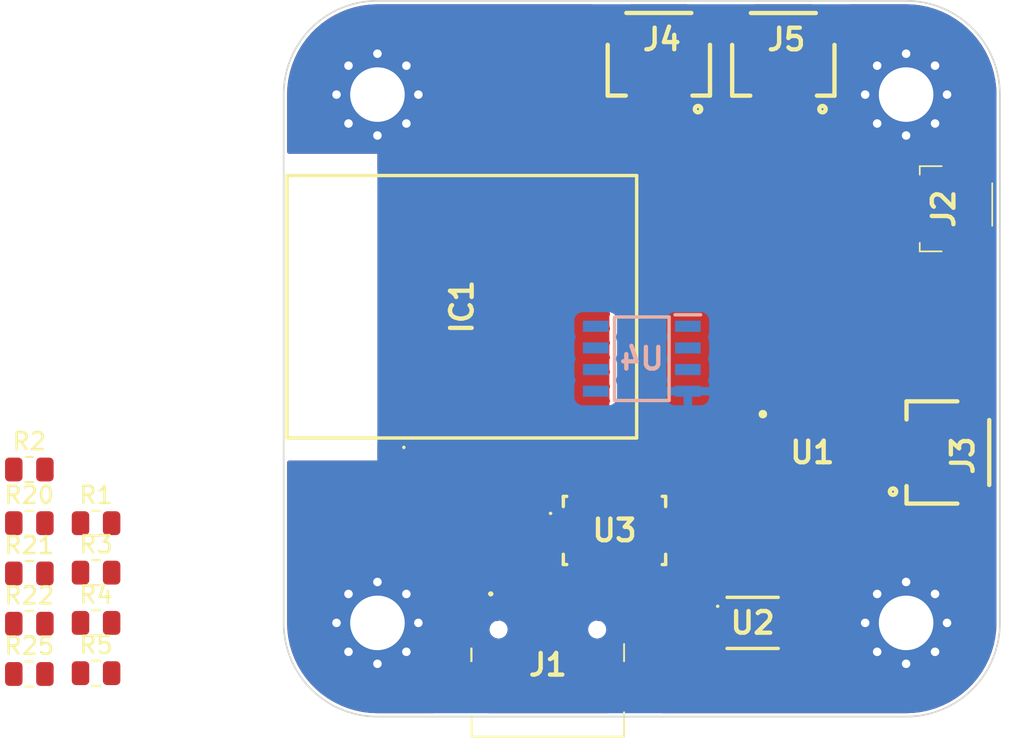
<source format=kicad_pcb>
(kicad_pcb (version 20241229) (generator "pcbnew") (generator_version "9.0")
  (layers (0 "F.Cu" signal) (4 "In1.Cu" signal) (6 "In2.Cu" signal) (2 "B.Cu" signal) (13 "F.Paste" user) (15 "B.Paste" user) (5 "F.SilkS" user "F.Silkscreen") (7 "B.SilkS" user "B.Silkscreen") (1 "F.Mask" user) (3 "B.Mask" user) (25 "Edge.Cuts" user))
  (net 0 "")
  (net 1 "/PPHV")
  (net 4 "Net-(J1-CC1)")
  (net 5 "Net-(J1-CC2)")
  (net 6 "/B1")
  (net 9 "/A1")
  (net 10 "/B2")
  (net 11 "/A2")
  (net 12 "/FAULT_IN")
  (net 13 "Net-(U1-BRB)")
  (net 14 "/MS1")
  (net 15 "/SPREAD")
  (net 16 "/VREF")
  (net 17 "/INDEX")
  (net 18 "/MS2")
  (net 20 "+5V")
  (net 21 "/~{PD}_UART")
  (net 22 "Net-(U1-CPO)")
  (net 23 "/DIAG")
  (net 24 "/MOTOR_~{EN}")
  (net 25 "/STEP")
  (net 26 "Net-(U1-VCP)")
  (net 28 "/DIR")
  (net 29 "Net-(U1-BRA)")
  (net 30 "Net-(U1-CPI)")
  (net 31 "/DBG_ACC")
  (net 32 "/PLUG_FLIP")
  (net 33 "/DRAIN")
  (net 34 "/ADCIN2")
  (net 35 "/ADCIN1")
  (net 36 "/CAP_MIS")
  (net 37 "/LDO_3V3")
  (net 38 "/ADCIN4")
  (net 39 "/LDO_1V5")
  (net 40 "/ADCIN3")
  (net 42 "/NTC")
  (net 55 "Net-(IC1-IO17)")
  (net 56 "/AS5600_DIR")
  (net 57 "Net-(IC1-EN)")
  (net 60 "Net-(IC1-IO0)")
  (net 63 "Net-(U3-VBUS_1)")
  (net 64 "Net-(R4-Pad2)")
  (net 66 "Net-(U2-VOUT_S)")
  (net 67 "Net-(U2-EN)")
  (net 71 "Net-(U3-VIN_3V3)")
  (net 74 "+3V3")
  (net 75 "/SDA")
  (net 76 "GND")
  (net 77 "/SCL")
  (net 78 "/USB_P")
  (net 79 "/USB_N")
  (net 80 "/limit_signal")
  (footprint "Samacsys:TPS25730DREFR" (layer "F.Cu") (at 141.9 106.575)
    (property "Reference" "U3" (at 0 0 0) (layer "F.SilkS") (effects (font (size 1.27 1.27) (thickness 0.254))))
    (property "Value" "TPS25730DREFR" (hide yes))
    (fp_line (start -3.8 -1) (end -3.8 -1) (stroke (width 0.1)) (layer "F.SilkS"))
    (fp_line (start -3.7 -1) (end -3.7 -1) (stroke (width 0.1)) (layer "F.SilkS"))
    (fp_line (start -3 -2) (end -2.8 -2) (stroke (width 0.2)) (layer "F.SilkS"))
    (fp_line (start -3 -1.4) (end -3 -2) (stroke (width 0.2)) (layer "F.SilkS"))
    (fp_line (start -3 1.4) (end -3 2) (stroke (width 0.2)) (layer "F.SilkS"))
    (fp_line (start -3 2) (end -2.8 2) (stroke (width 0.2)) (layer "F.SilkS"))
    (fp_line (start 2.8 -2) (end 3 -2) (stroke (width 0.2)) (layer "F.SilkS"))
    (fp_line (start 2.8 2) (end 3 2) (stroke (width 0.2)) (layer "F.SilkS"))
    (fp_line (start 3 -2) (end 3 -1.4) (stroke (width 0.2)) (layer "F.SilkS"))
    (fp_line (start 3 2) (end 3 1.4) (stroke (width 0.2)) (layer "F.SilkS"))
    (fp_arc (start -3.8 -1) (mid -3.75 -1.05) (end -3.7 -1) (stroke (width 0.1)) (layer "F.SilkS"))
    (fp_arc (start -3.7 -1) (mid -3.75 -0.95) (end -3.8 -1) (stroke (width 0.1)) (layer "F.SilkS"))
    (pad "1" smd rect (at -2.925 -1 90) (size 0.2 0.55) (layers "F.Cu" "F.Mask" "F.Paste") (net 37 "/LDO_3V3"))
    (pad "2" smd rect (at -2.925 -0.6 90) (size 0.2 0.55) (layers "F.Cu" "F.Mask" "F.Paste") (net 35 "/ADCIN1"))
    (pad "3" smd rect (at -2.925 -0.2 90) (size 0.2 0.55) (layers "F.Cu" "F.Mask" "F.Paste") (net 34 "/ADCIN2"))
    (pad "4" smd rect (at -2.925 0.2 90) (size 0.2 0.55) (layers "F.Cu" "F.Mask" "F.Paste") (net 39 "/LDO_1V5"))
    (pad "5" smd rect (at -2.925 0.6 90) (size 0.2 0.55) (layers "F.Cu" "F.Mask" "F.Paste") (net 40 "/ADCIN3"))
    (pad "6" smd rect (at -2.925 1 90) (size 0.2 0.55) (layers "F.Cu" "F.Mask" "F.Paste") (net 36 "/CAP_MIS"))
    (pad "7" smd rect (at -2.4 1.925) (size 0.2 0.55) (layers "F.Cu" "F.Mask" "F.Paste") (net 38 "/ADCIN4"))
    (pad "8" smd rect (at -2 1.925) (size 0.2 0.55) (layers "F.Cu" "F.Mask" "F.Paste") (net 75 "/SDA"))
    (pad "9" smd rect (at -1.6 1.925) (size 0.2 0.55) (layers "F.Cu" "F.Mask" "F.Paste") (net 77 "/SCL"))
    (pad "10" smd rect (at -1.2 1.925) (size 0.2 0.55) (layers "F.Cu" "F.Mask" "F.Paste") (net 31 "/DBG_ACC"))
    (pad "11" smd rect (at -0.8 1.925) (size 0.2 0.55) (layers "F.Cu" "F.Mask" "F.Paste") (net 76 "GND"))
    (pad "12" smd rect (at -0.4 1.925) (size 0.2 0.55) (layers "F.Cu" "F.Mask" "F.Paste") (net 76 "GND"))
    (pad "13" smd rect (at 0 1.925) (size 0.2 0.55) (layers "F.Cu" "F.Mask" "F.Paste") (net 32 "/PLUG_FLIP"))
    (pad "14" smd rect (at 0.4 1.925) (size 0.2 0.55) (layers "F.Cu" "F.Mask" "F.Paste") (net 76 "GND"))
    (pad "15" smd rect (at 0.8 1.925) (size 0.2 0.55) (layers "F.Cu" "F.Mask" "F.Paste") (net 33 "/DRAIN"))
    (pad "16" smd rect (at 1.2 1.925) (size 0.2 0.55) (layers "F.Cu" "F.Mask" "F.Paste") (net 76 "GND"))
    (pad "17" smd rect (at 1.6 1.925) (size 0.2 0.55) (layers "F.Cu" "F.Mask" "F.Paste") (net 76 "GND"))
    (pad "18" smd rect (at 2 1.925) (size 0.2 0.55) (layers "F.Cu" "F.Mask" "F.Paste") (net 12 "/FAULT_IN"))
    (pad "19" smd rect (at 2.4 1.925) (size 0.2 0.55) (layers "F.Cu" "F.Mask" "F.Paste"))
    (pad "20" smd rect (at 3.025 1.1 90) (size 0.2 0.35) (layers "F.Cu" "F.Mask" "F.Paste") (net 1 "/PPHV"))
    (pad "21" smd rect (at 3.025 0.65 90) (size 0.2 0.35) (layers "F.Cu" "F.Mask" "F.Paste") (net 1 "/PPHV"))
    (pad "22" smd rect (at 3.025 0.2 90) (size 0.2 0.35) (layers "F.Cu" "F.Mask" "F.Paste") (net 1 "/PPHV"))
    (pad "23" smd rect (at 3.025 -0.2 90) (size 0.2 0.35) (layers "F.Cu" "F.Mask" "F.Paste") (net 63 "Net-(U3-VBUS_1)"))
    (pad "24" smd rect (at 3.025 -0.65 90) (size 0.2 0.35) (layers "F.Cu" "F.Mask" "F.Paste") (net 63 "Net-(U3-VBUS_1)"))
    (pad "25" smd rect (at 3.025 -1.1 90) (size 0.2 0.35) (layers "F.Cu" "F.Mask" "F.Paste") (net 63 "Net-(U3-VBUS_1)"))
    (pad "26" smd rect (at 2.4 -1.925) (size 0.2 0.55) (layers "F.Cu" "F.Mask" "F.Paste") (net 76 "GND"))
    (pad "27" smd rect (at 2 -1.925) (size 0.2 0.55) (layers "F.Cu" "F.Mask" "F.Paste") (net 76 "GND"))
    (pad "28" smd rect (at 1.6 -1.925) (size 0.2 0.55) (layers "F.Cu" "F.Mask" "F.Paste") (net 4 "Net-(J1-CC1)"))
    (pad "29" smd rect (at 1.2 -1.925) (size 0.2 0.55) (layers "F.Cu" "F.Mask" "F.Paste") (net 5 "Net-(J1-CC2)"))
    (pad "30" smd rect (at 0.8 -1.925) (size 0.2 0.55) (layers "F.Cu" "F.Mask" "F.Paste") (net 33 "/DRAIN"))
    (pad "31" smd rect (at 0.4 -1.925) (size 0.2 0.55) (layers "F.Cu" "F.Mask" "F.Paste") (net 76 "GND"))
    (pad "32" smd rect (at -0.001 -2.025) (size 0.2 0.35) (layers "F.Cu" "F.Mask" "F.Paste") (net 63 "Net-(U3-VBUS_1)"))
    (pad "33" smd rect (at -0.401 -2.025) (size 0.2 0.35) (layers "F.Cu" "F.Mask" "F.Paste") (net 63 "Net-(U3-VBUS_1)"))
    (pad "34" smd rect (at -0.801 -2.025) (size 0.2 0.35) (layers "F.Cu" "F.Mask" "F.Paste") (net 76 "GND"))
    (pad "35" smd rect (at -1.201 -2.025) (size 0.2 0.35) (layers "F.Cu" "F.Mask" "F.Paste") (net 76 "GND"))
    (pad "36" smd rect (at -1.6 -1.925) (size 0.2 0.55) (layers "F.Cu" "F.Mask" "F.Paste") (net 76 "GND"))
    (pad "37" smd rect (at -2 -1.925) (size 0.2 0.55) (layers "F.Cu" "F.Mask" "F.Paste"))
    (pad "38" smd rect (at -2.4 -1.925) (size 0.2 0.55) (layers "F.Cu" "F.Mask" "F.Paste") (net 71 "Net-(U3-VIN_3V3)"))
    (pad "39" smd rect (at -0.965 0 90) (size 2.65 2.72) (layers "F.Cu" "F.Mask" "F.Paste") (net 76 "GND"))
    (pad "40" smd rect (at 1.56 0) (size 1.53 2.65) (layers "F.Cu" "F.Mask" "F.Paste") (net 33 "/DRAIN"))
    (pad "41" smd rect (at 2.749 0.65) (size 0.2 1.1) (layers "F.Cu" "F.Mask" "F.Paste") (net 1 "/PPHV"))
    (pad "42" smd rect (at 2.75 -0.65) (size 0.2 1.1) (layers "F.Cu" "F.Mask" "F.Paste") (net 63 "Net-(U3-VBUS_1)"))
    (pad "43" smd rect (at -0.201 -1.75 90) (size 0.2 0.6) (layers "F.Cu" "F.Mask" "F.Paste") (net 63 "Net-(U3-VBUS_1)"))
    (pad "44" smd rect (at -1.001 -1.75 90) (size 0.2 0.6) (layers "F.Cu" "F.Mask" "F.Paste") (net 76 "GND"))
  )
  (footprint "Samacsys:SM04B-SRSS-TB_LFSN_" (layer "F.Cu") (at 154.8 76.214 180)
    (property "Reference" "J5" (at 2.822 -1.556 0) (layer "F.SilkS") (effects (font (size 1.27 1.27) (thickness 0.254))))
    (property "Value" "Qwiic 2" (hide yes))
    (fp_line (start 6 -4.85) (end 6 -1.87) (stroke (width 0.254)) (layer "F.SilkS"))
    (fp_line (start 6 -4.85) (end 4.937 -4.85) (stroke (width 0.254)) (layer "F.SilkS"))
    (fp_line (start 1.094 0) (end 4.903 0) (stroke (width 0.254)) (layer "F.SilkS"))
    (fp_line (start 0 -4.85) (end 1.029 -4.85) (stroke (width 0.254)) (layer "F.SilkS"))
    (fp_line (start 0 -4.85) (end 0 -1.87) (stroke (width 0.254)) (layer "F.SilkS"))
    (fp_circle (center 0.702 -5.642) (end 0.702 -5.58163) (stroke (width 0.254)) (fill no) (layer "F.SilkS"))
    (pad "1" smd rect (at 1.5 -4.661 180) (size 0.6 1.55) (layers "F.Cu" "F.Mask" "F.Paste") (net 76 "GND"))
    (pad "2" smd rect (at 2.5 -4.661 180) (size 0.6 1.55) (layers "F.Cu" "F.Mask" "F.Paste") (net 74 "+3V3"))
    (pad "3" smd rect (at 3.5 -4.661 180) (size 0.6 1.55) (layers "F.Cu" "F.Mask" "F.Paste") (net 75 "/SDA"))
    (pad "4" smd rect (at 4.5 -4.661 180) (size 0.6 1.55) (layers "F.Cu" "F.Mask" "F.Paste") (net 77 "/SCL"))
    (pad "5" smd rect (at 0.2 -0.786 180) (size 1.2 1.8) (layers "F.Cu" "F.Mask" "F.Paste") (net 76 "GND"))
    (pad "6" smd rect (at 5.8 -0.786 180) (size 1.2 1.8) (layers "F.Cu" "F.Mask" "F.Paste") (net 76 "GND"))
  )
  (footprint "Resistor_SMD:R_0805_2012Metric" (layer "F.Cu") (at 107.5875 112.05)
    (property "Reference" "R22" (at 0 -1.65 0) (layer "F.SilkS"))
    (property "Value" "3.3k")
    (fp_line (start -0.227064 -0.735) (end 0.227064 -0.735) (stroke (width 0.12)) (layer "F.SilkS"))
    (fp_line (start -0.227064 0.735) (end 0.227064 0.735) (stroke (width 0.12)) (layer "F.SilkS"))
    (pad "1" smd roundrect (at -0.9125 0) (size 1.025 1.4) (layers "F.Cu" "F.Mask" "F.Paste") (roundrect_rratio 0.243902) (net 74 "+3V3"))
    (pad "2" smd roundrect (at 0.9125 0) (size 1.025 1.4) (layers "F.Cu" "F.Mask" "F.Paste") (roundrect_rratio 0.243902) (net 77 "/SCL"))
  )
  (footprint "Resistor_SMD:R_0805_2012Metric" (layer "F.Cu") (at 107.5875 115)
    (property "Reference" "R25" (at 0 -1.65 0) (layer "F.SilkS"))
    (property "Value" "4.7k")
    (fp_line (start -0.227064 -0.735) (end 0.227064 -0.735) (stroke (width 0.12)) (layer "F.SilkS"))
    (fp_line (start -0.227064 0.735) (end 0.227064 0.735) (stroke (width 0.12)) (layer "F.SilkS"))
    (pad "1" smd roundrect (at -0.9125 0) (size 1.025 1.4) (layers "F.Cu" "F.Mask" "F.Paste") (roundrect_rratio 0.243902) (net 57 "Net-(IC1-EN)"))
    (pad "2" smd roundrect (at 0.9125 0) (size 1.025 1.4) (layers "F.Cu" "F.Mask" "F.Paste") (roundrect_rratio 0.243902) (net 74 "+3V3"))
  )
  (footprint "Resistor_SMD:R_0805_2012Metric" (layer "F.Cu") (at 111.5 106.15)
    (property "Reference" "R1" (at 0 -1.65 0) (layer "F.SilkS"))
    (property "Value" "0")
    (fp_line (start -0.227064 -0.735) (end 0.227064 -0.735) (stroke (width 0.12)) (layer "F.SilkS"))
    (fp_line (start -0.227064 0.735) (end 0.227064 0.735) (stroke (width 0.12)) (layer "F.SilkS"))
    (pad "1" smd roundrect (at -0.9125 0) (size 1.025 1.4) (layers "F.Cu" "F.Mask" "F.Paste") (roundrect_rratio 0.243902) (net 39 "/LDO_1V5"))
    (pad "2" smd roundrect (at 0.9125 0) (size 1.025 1.4) (layers "F.Cu" "F.Mask" "F.Paste") (roundrect_rratio 0.243902) (net 35 "/ADCIN1"))
  )
  (footprint "MountingHole:MountingHole_3.2mm_M3_Pad_Via" (layer "F.Cu") (at 128 81)
    (property "Reference" "H1")
    (property "Value" "MountingHole_Pad")
    (pad "1" thru_hole circle (at -2.4 0) (size 0.8 0.8) (drill 0.5) (layers "*.Cu" "*.Mask") (net 76 "GND"))
    (pad "1" thru_hole circle (at -1.697056 -1.697056) (size 0.8 0.8) (drill 0.5) (layers "*.Cu" "*.Mask") (net 76 "GND"))
    (pad "1" thru_hole circle (at -1.697056 1.697056) (size 0.8 0.8) (drill 0.5) (layers "*.Cu" "*.Mask") (net 76 "GND"))
    (pad "1" thru_hole circle (at 0 -2.4) (size 0.8 0.8) (drill 0.5) (layers "*.Cu" "*.Mask") (net 76 "GND"))
    (pad "1" thru_hole circle (at 0 0) (size 6.4 6.4) (drill 3.2) (layers "*.Cu" "*.Mask") (net 76 "GND"))
    (pad "1" thru_hole circle (at 0 2.4) (size 0.8 0.8) (drill 0.5) (layers "*.Cu" "*.Mask") (net 76 "GND"))
    (pad "1" thru_hole circle (at 1.697056 -1.697056) (size 0.8 0.8) (drill 0.5) (layers "*.Cu" "*.Mask") (net 76 "GND"))
    (pad "1" thru_hole circle (at 1.697056 1.697056) (size 0.8 0.8) (drill 0.5) (layers "*.Cu" "*.Mask") (net 76 "GND"))
    (pad "1" thru_hole circle (at 2.4 0) (size 0.8 0.8) (drill 0.5) (layers "*.Cu" "*.Mask") (net 76 "GND"))
  )
  (footprint "Resistor_SMD:R_0805_2012Metric" (layer "F.Cu") (at 107.5875 103)
    (property "Reference" "R2" (at 0 -1.65 0) (layer "F.SilkS"))
    (property "Value" "0")
    (fp_line (start -0.227064 -0.735) (end 0.227064 -0.735) (stroke (width 0.12)) (layer "F.SilkS"))
    (fp_line (start -0.227064 0.735) (end 0.227064 0.735) (stroke (width 0.12)) (layer "F.SilkS"))
    (pad "1" smd roundrect (at -0.9125 0) (size 1.025 1.4) (layers "F.Cu" "F.Mask" "F.Paste") (roundrect_rratio 0.243902) (net 37 "/LDO_3V3"))
    (pad "2" smd roundrect (at 0.9125 0) (size 1.025 1.4) (layers "F.Cu" "F.Mask" "F.Paste") (roundrect_rratio 0.243902) (net 35 "/ADCIN1"))
  )
  (footprint "Resistor_SMD:R_0805_2012Metric" (layer "F.Cu") (at 111.5 109.05)
    (property "Reference" "R3" (at 0 -1.65 0) (layer "F.SilkS"))
    (property "Value" "0")
    (fp_line (start -0.227064 -0.735) (end 0.227064 -0.735) (stroke (width 0.12)) (layer "F.SilkS"))
    (fp_line (start -0.227064 0.735) (end 0.227064 0.735) (stroke (width 0.12)) (layer "F.SilkS"))
    (pad "1" smd roundrect (at -0.9125 0) (size 1.025 1.4) (layers "F.Cu" "F.Mask" "F.Paste") (roundrect_rratio 0.243902) (net 35 "/ADCIN1"))
    (pad "2" smd roundrect (at 0.9125 0) (size 1.025 1.4) (layers "F.Cu" "F.Mask" "F.Paste") (roundrect_rratio 0.243902) (net 76 "GND"))
  )
  (footprint "MountingHole:MountingHole_3.2mm_M3_Pad_Via" (layer "F.Cu") (at 159 112)
    (property "Reference" "H3")
    (property "Value" "MountingHole_Pad")
    (pad "1" thru_hole circle (at -2.4 0) (size 0.8 0.8) (drill 0.5) (layers "*.Cu" "*.Mask") (net 76 "GND"))
    (pad "1" thru_hole circle (at -1.697056 -1.697056) (size 0.8 0.8) (drill 0.5) (layers "*.Cu" "*.Mask") (net 76 "GND"))
    (pad "1" thru_hole circle (at -1.697056 1.697056) (size 0.8 0.8) (drill 0.5) (layers "*.Cu" "*.Mask") (net 76 "GND"))
    (pad "1" thru_hole circle (at 0 -2.4) (size 0.8 0.8) (drill 0.5) (layers "*.Cu" "*.Mask") (net 76 "GND"))
    (pad "1" thru_hole circle (at 0 0) (size 6.4 6.4) (drill 3.2) (layers "*.Cu" "*.Mask") (net 76 "GND"))
    (pad "1" thru_hole circle (at 0 2.4) (size 0.8 0.8) (drill 0.5) (layers "*.Cu" "*.Mask") (net 76 "GND"))
    (pad "1" thru_hole circle (at 1.697056 -1.697056) (size 0.8 0.8) (drill 0.5) (layers "*.Cu" "*.Mask") (net 76 "GND"))
    (pad "1" thru_hole circle (at 1.697056 1.697056) (size 0.8 0.8) (drill 0.5) (layers "*.Cu" "*.Mask") (net 76 "GND"))
    (pad "1" thru_hole circle (at 2.4 0) (size 0.8 0.8) (drill 0.5) (layers "*.Cu" "*.Mask") (net 76 "GND"))
  )
  (footprint "Resistor_SMD:R_0805_2012Metric" (layer "F.Cu") (at 111.5 114.95)
    (property "Reference" "R5" (at 0 -1.65 0) (layer "F.SilkS"))
    (property "Value" "10k")
    (fp_line (start -0.227064 -0.735) (end 0.227064 -0.735) (stroke (width 0.12)) (layer "F.SilkS"))
    (fp_line (start -0.227064 0.735) (end 0.227064 0.735) (stroke (width 0.12)) (layer "F.SilkS"))
    (pad "1" smd roundrect (at -0.9125 0) (size 1.025 1.4) (layers "F.Cu" "F.Mask" "F.Paste") (roundrect_rratio 0.243902) (net 74 "+3V3"))
    (pad "2" smd roundrect (at 0.9125 0) (size 1.025 1.4) (layers "F.Cu" "F.Mask" "F.Paste") (roundrect_rratio 0.243902) (net 24 "/MOTOR_~{EN}"))
  )
  (footprint "MountingHole:MountingHole_3.2mm_M3_Pad_Via" (layer "F.Cu") (at 128 112)
    (property "Reference" "H4")
    (property "Value" "MountingHole_Pad")
    (pad "1" thru_hole circle (at -2.4 0) (size 0.8 0.8) (drill 0.5) (layers "*.Cu" "*.Mask") (net 76 "GND"))
    (pad "1" thru_hole circle (at -1.697056 -1.697056) (size 0.8 0.8) (drill 0.5) (layers "*.Cu" "*.Mask") (net 76 "GND"))
    (pad "1" thru_hole circle (at -1.697056 1.697056) (size 0.8 0.8) (drill 0.5) (layers "*.Cu" "*.Mask") (net 76 "GND"))
    (pad "1" thru_hole circle (at 0 -2.4) (size 0.8 0.8) (drill 0.5) (layers "*.Cu" "*.Mask") (net 76 "GND"))
    (pad "1" thru_hole circle (at 0 0) (size 6.4 6.4) (drill 3.2) (layers "*.Cu" "*.Mask") (net 76 "GND"))
    (pad "1" thru_hole circle (at 0 2.4) (size 0.8 0.8) (drill 0.5) (layers "*.Cu" "*.Mask") (net 76 "GND"))
    (pad "1" thru_hole circle (at 1.697056 -1.697056) (size 0.8 0.8) (drill 0.5) (layers "*.Cu" "*.Mask") (net 76 "GND"))
    (pad "1" thru_hole circle (at 1.697056 1.697056) (size 0.8 0.8) (drill 0.5) (layers "*.Cu" "*.Mask") (net 76 "GND"))
    (pad "1" thru_hole circle (at 2.4 0) (size 0.8 0.8) (drill 0.5) (layers "*.Cu" "*.Mask") (net 76 "GND"))
  )
  (footprint "Samacsys:SM03BSRSSTBLFSN" (layer "F.Cu") (at 161.587 87.7 90)
    (property "Reference" "J2" (at 0 -0.388 90) (layer "F.SilkS") (effects (font (size 1.27 1.27) (thickness 0.254))))
    (property "Value" "Limit" (hide yes))
    (fp_line (start 2.5 -1.787) (end 2 -1.787) (stroke (width 0.1)) (layer "F.SilkS"))
    (fp_line (start -2.5 -1.787) (end -2 -1.787) (stroke (width 0.1)) (layer "F.SilkS"))
    (fp_line (start 2.5 -0.5) (end 2.5 -1.787) (stroke (width 0.1)) (layer "F.SilkS"))
    (fp_line (start -2.5 -0.5) (end -2.5 -1.787) (stroke (width 0.1)) (layer "F.SilkS"))
    (fp_line (start -1 2.463) (end 1.5 2.463) (stroke (width 0.1)) (layer "F.SilkS"))
    (pad "1" smd rect (at -1 -2.463 90) (size 0.6 1.55) (layers "F.Cu" "F.Mask" "F.Paste") (net 1 "/PPHV"))
    (pad "2" smd rect (at 0 -2.463 90) (size 0.6 1.55) (layers "F.Cu" "F.Mask" "F.Paste") (net 76 "GND"))
    (pad "3" smd rect (at 1 -2.463 90) (size 0.6 1.55) (layers "F.Cu" "F.Mask" "F.Paste") (net 80 "/limit_signal"))
    (pad "4" smd rect (at -2.3 1.413 90) (size 1.2 1.8) (layers "F.Cu" "F.Mask" "F.Paste") (net 76 "GND"))
    (pad "5" smd rect (at 2.3 1.413 90) (size 1.2 1.8) (layers "F.Cu" "F.Mask" "F.Paste") (net 76 "GND"))
  )
  (footprint "Samacsys:SM04B-SRSS-TB_LFSN_" (layer "F.Cu") (at 163.875 105 90)
    (property "Reference" "J3" (at 2.822 -1.556 90) (layer "F.SilkS") (effects (font (size 1.27 1.27) (thickness 0.254))))
    (property "Value" "Motor" (hide yes))
    (fp_line (start 6 -4.85) (end 4.937 -4.85) (stroke (width 0.254)) (layer "F.SilkS"))
    (fp_line (start 6 -4.85) (end 6 -1.87) (stroke (width 0.254)) (layer "F.SilkS"))
    (fp_line (start 0 -4.85) (end 1.029 -4.85) (stroke (width 0.254)) (layer "F.SilkS"))
    (fp_line (start 0 -4.85) (end 0 -1.87) (stroke (width 0.254)) (layer "F.SilkS"))
    (fp_line (start 1.094 0) (end 4.903 0) (stroke (width 0.254)) (layer "F.SilkS"))
    (fp_circle (center 0.702 -5.642) (end 0.702 -5.58163) (stroke (width 0.254)) (fill no) (layer "F.SilkS"))
    (pad "1" smd rect (at 1.5 -4.661 90) (size 0.6 1.55) (layers "F.Cu" "F.Mask" "F.Paste") (net 9 "/A1"))
    (pad "2" smd rect (at 2.5 -4.661 90) (size 0.6 1.55) (layers "F.Cu" "F.Mask" "F.Paste") (net 6 "/B1"))
    (pad "3" smd rect (at 3.5 -4.661 90) (size 0.6 1.55) (layers "F.Cu" "F.Mask" "F.Paste") (net 11 "/A2"))
    (pad "4" smd rect (at 4.5 -4.661 90) (size 0.6 1.55) (layers "F.Cu" "F.Mask" "F.Paste") (net 10 "/B2"))
    (pad "5" smd rect (at 0.2 -0.786 90) (size 1.2 1.8) (layers "F.Cu" "F.Mask" "F.Paste") (net 76 "GND"))
    (pad "6" smd rect (at 5.8 -0.786 90) (size 1.2 1.8) (layers "F.Cu" "F.Mask" "F.Paste") (net 76 "GND"))
  )
  (footprint "Resistor_SMD:R_0805_2012Metric" (layer "F.Cu") (at 107.5875 106.15)
    (property "Reference" "R20" (at 0 -1.65 0) (layer "F.SilkS"))
    (property "Value" "10k")
    (fp_line (start -0.227064 -0.735) (end 0.227064 -0.735) (stroke (width 0.12)) (layer "F.SilkS"))
    (fp_line (start -0.227064 0.735) (end 0.227064 0.735) (stroke (width 0.12)) (layer "F.SilkS"))
    (pad "1" smd roundrect (at -0.9125 0) (size 1.025 1.4) (layers "F.Cu" "F.Mask" "F.Paste") (roundrect_rratio 0.243902) (net 74 "+3V3"))
    (pad "2" smd roundrect (at 0.9125 0) (size 1.025 1.4) (layers "F.Cu" "F.Mask" "F.Paste") (roundrect_rratio 0.243902) (net 12 "/FAULT_IN"))
  )
  (footprint "Samacsys:SM04B-SRSS-TB_LFSN_" (layer "F.Cu") (at 147.5 76.210315 180)
    (property "Reference" "J4" (at 2.822 -1.556 0) (layer "F.SilkS") (effects (font (size 1.27 1.27) (thickness 0.254))))
    (property "Value" "Qwiic 1" (hide yes))
    (fp_line (start 6 -4.85) (end 6 -1.87) (stroke (width 0.254)) (layer "F.SilkS"))
    (fp_line (start 6 -4.85) (end 4.937 -4.85) (stroke (width 0.254)) (layer "F.SilkS"))
    (fp_line (start 1.094 0) (end 4.903 0) (stroke (width 0.254)) (layer "F.SilkS"))
    (fp_line (start 0 -4.85) (end 1.029 -4.85) (stroke (width 0.254)) (layer "F.SilkS"))
    (fp_line (start 0 -4.85) (end 0 -1.87) (stroke (width 0.254)) (layer "F.SilkS"))
    (fp_circle (center 0.702 -5.642) (end 0.702 -5.58163) (stroke (width 0.254)) (fill no) (layer "F.SilkS"))
    (pad "1" smd rect (at 1.5 -4.661 180) (size 0.6 1.55) (layers "F.Cu" "F.Mask" "F.Paste") (net 76 "GND"))
    (pad "2" smd rect (at 2.5 -4.661 180) (size 0.6 1.55) (layers "F.Cu" "F.Mask" "F.Paste") (net 74 "+3V3"))
    (pad "3" smd rect (at 3.5 -4.661 180) (size 0.6 1.55) (layers "F.Cu" "F.Mask" "F.Paste") (net 75 "/SDA"))
    (pad "4" smd rect (at 4.5 -4.661 180) (size 0.6 1.55) (layers "F.Cu" "F.Mask" "F.Paste") (net 77 "/SCL"))
    (pad "5" smd rect (at 0.2 -0.786 180) (size 1.2 1.8) (layers "F.Cu" "F.Mask" "F.Paste") (net 76 "GND"))
    (pad "6" smd rect (at 5.8 -0.786 180) (size 1.2 1.8) (layers "F.Cu" "F.Mask" "F.Paste") (net 76 "GND"))
  )
  (footprint "Samacsys:ESP32S3MINI1N8" (layer "F.Cu") (at 135.5 93.45 90)
    (property "Reference" "IC1" (at 0 -2.55 90) (layer "F.SilkS") (effects (font (size 1.27 1.27) (thickness 0.254))))
    (property "Value" "ESP32-S3-MINI-1-N8" (hide yes))
    (fp_line (start 7.7 -12.8) (end 7.7 7.7) (stroke (width 0.2)) (layer "F.SilkS"))
    (fp_line (start -7.7 -12.8) (end 7.7 -12.8) (stroke (width 0.2)) (layer "F.SilkS"))
    (fp_line (start -8.2 -5.95) (end -8.2 -5.95) (stroke (width 0.1)) (layer "F.SilkS"))
    (fp_line (start -8.3 -5.95) (end -8.3 -5.95) (stroke (width 0.1)) (layer "F.SilkS"))
    (fp_line (start 7.7 7.7) (end -7.7 7.7) (stroke (width 0.2)) (layer "F.SilkS"))
    (fp_line (start -7.7 7.7) (end -7.7 -12.8) (stroke (width 0.2)) (layer "F.SilkS"))
    (fp_arc (start -8.2 -5.95) (mid -8.25 -5.9) (end -8.3 -5.95) (stroke (width 0.1)) (layer "F.SilkS"))
    (fp_arc (start -8.3 -5.95) (mid -8.25 -6) (end -8.2 -5.95) (stroke (width 0.1)) (layer "F.SilkS"))
    (pad "1" smd rect (at -7 -5.95 180) (size 0.4 0.8) (layers "F.Cu" "F.Mask" "F.Paste") (net 76 "GND"))
    (pad "2" smd rect (at -7 -5.1 180) (size 0.4 0.8) (layers "F.Cu" "F.Mask" "F.Paste") (net 76 "GND"))
    (pad "3" smd rect (at -7 -4.25 180) (size 0.4 0.8) (layers "F.Cu" "F.Mask" "F.Paste") (net 74 "+3V3"))
    (pad "4" smd rect (at -7 -3.4 180) (size 0.4 0.8) (layers "F.Cu" "F.Mask" "F.Paste") (net 60 "Net-(IC1-IO0)"))
    (pad "5" smd rect (at -7 -2.55 180) (size 0.4 0.8) (layers "F.Cu" "F.Mask" "F.Paste"))
    (pad "6" smd rect (at -7 -1.7 180) (size 0.4 0.8) (layers "F.Cu" "F.Mask" "F.Paste") (net 56 "/AS5600_DIR"))
    (pad "7" smd rect (at -7 -0.85 180) (size 0.4 0.8) (layers "F.Cu" "F.Mask" "F.Paste") (net 42 "/NTC"))
    (pad "8" smd rect (at -7 0 180) (size 0.4 0.8) (layers "F.Cu" "F.Mask" "F.Paste") (net 31 "/DBG_ACC"))
    (pad "9" smd rect (at -7 0.85 180) (size 0.4 0.8) (layers "F.Cu" "F.Mask" "F.Paste") (net 36 "/CAP_MIS"))
    (pad "10" smd rect (at -7 1.7 180) (size 0.4 0.8) (layers "F.Cu" "F.Mask" "F.Paste") (net 32 "/PLUG_FLIP"))
    (pad "11" smd rect (at -7 2.55 180) (size 0.4 0.8) (layers "F.Cu" "F.Mask" "F.Paste") (net 12 "/FAULT_IN"))
    (pad "12" smd rect (at -7 3.4 180) (size 0.4 0.8) (layers "F.Cu" "F.Mask" "F.Paste") (net 75 "/SDA"))
    (pad "13" smd rect (at -7 4.25 180) (size 0.4 0.8) (layers "F.Cu" "F.Mask" "F.Paste") (net 77 "/SCL"))
    (pad "14" smd rect (at -7 5.1 180) (size 0.4 0.8) (layers "F.Cu" "F.Mask" "F.Paste") (net 25 "/STEP"))
    (pad "15" smd rect (at -7 5.95 180) (size 0.4 0.8) (layers "F.Cu" "F.Mask" "F.Paste") (net 28 "/DIR"))
    (pad "16" smd rect (at -5.95 7 90) (size 0.4 0.8) (layers "F.Cu" "F.Mask" "F.Paste") (net 14 "/MS1"))
    (pad "17" smd rect (at -5.1 7 90) (size 0.4 0.8) (layers "F.Cu" "F.Mask" "F.Paste") (net 18 "/MS2"))
    (pad "18" smd rect (at -4.25 7 90) (size 0.4 0.8) (layers "F.Cu" "F.Mask" "F.Paste") (net 23 "/DIAG"))
    (pad "19" smd rect (at -3.4 7 90) (size 0.4 0.8) (layers "F.Cu" "F.Mask" "F.Paste") (net 17 "/INDEX"))
    (pad "20" smd rect (at -2.55 7 90) (size 0.4 0.8) (layers "F.Cu" "F.Mask" "F.Paste") (net 80 "/limit_signal"))
    (pad "21" smd rect (at -1.7 7 90) (size 0.4 0.8) (layers "F.Cu" "F.Mask" "F.Paste") (net 55 "Net-(IC1-IO17)"))
    (pad "22" smd rect (at -0.85 7 90) (size 0.4 0.8) (layers "F.Cu" "F.Mask" "F.Paste") (net 21 "/~{PD}_UART"))
    (pad "23" smd rect (at 0 7 90) (size 0.4 0.8) (layers "F.Cu" "F.Mask" "F.Paste") (net 79 "/USB_N"))
    (pad "24" smd rect (at 0.85 7 90) (size 0.4 0.8) (layers "F.Cu" "F.Mask" "F.Paste") (net 78 "/USB_P"))
    (pad "25" smd rect (at 1.7 7 90) (size 0.4 0.8) (layers "F.Cu" "F.Mask" "F.Paste"))
    (pad "26" smd rect (at 2.55 7 90) (size 0.4 0.8) (layers "F.Cu" "F.Mask" "F.Paste"))
    (pad "27" smd rect (at 3.4 7 90) (size 0.4 0.8) (layers "F.Cu" "F.Mask" "F.Paste"))
    (pad "28" smd rect (at 4.25 7 90) (size 0.4 0.8) (layers "F.Cu" "F.Mask" "F.Paste"))
    (pad "29" smd rect (at 5.1 7 90) (size 0.4 0.8) (layers "F.Cu" "F.Mask" "F.Paste"))
    (pad "30" smd rect (at 5.95 7 90) (size 0.4 0.8) (layers "F.Cu" "F.Mask" "F.Paste"))
    (pad "31" smd rect (at 7 5.95 180) (size 0.4 0.8) (layers "F.Cu" "F.Mask" "F.Paste"))
    (pad "32" smd rect (at 7 5.1 180) (size 0.4 0.8) (layers "F.Cu" "F.Mask" "F.Paste"))
    (pad "33" smd rect (at 7 4.25 180) (size 0.4 0.8) (layers "F.Cu" "F.Mask" "F.Paste"))
    (pad "34" smd rect (at 7 3.4 180) (size 0.4 0.8) (layers "F.Cu" "F.Mask" "F.Paste"))
    (pad "35" smd rect (at 7 2.55 180) (size 0.4 0.8) (layers "F.Cu" "F.Mask" "F.Paste"))
    (pad "36" smd rect (at 7 1.7 180) (size 0.4 0.8) (layers "F.Cu" "F.Mask" "F.Paste"))
    (pad "37" smd rect (at 7 0.85 180) (size 0.4 0.8) (layers "F.Cu" "F.Mask" "F.Paste"))
    (pad "38" smd rect (at 7 0 180) (size 0.4 0.8) (layers "F.Cu" "F.Mask" "F.Paste"))
    (pad "39" smd rect (at 7 -0.85 180) (size 0.4 0.8) (layers "F.Cu" "F.Mask" "F.Paste"))
    (pad "40" smd rect (at 7 -1.7 180) (size 0.4 0.8) (layers "F.Cu" "F.Mask" "F.Paste"))
    (pad "41" smd rect (at 7 -2.55 180) (size 0.4 0.8) (layers "F.Cu" "F.Mask" "F.Paste"))
    (pad "42" smd rect (at 7 -3.4 180) (size 0.4 0.8) (layers "F.Cu" "F.Mask" "F.Paste") (net 76 "GND"))
    (pad "43" smd rect (at 7 -4.25 180) (size 0.4 0.8) (layers "F.Cu" "F.Mask" "F.Paste") (net 76 "GND"))
    (pad "44" smd rect (at 7 -5.1 180) (size 0.4 0.8) (layers "F.Cu" "F.Mask" "F.Paste"))
    (pad "45" smd rect (at 7 -5.95 180) (size 0.4 0.8) (layers "F.Cu" "F.Mask" "F.Paste") (net 57 "Net-(IC1-EN)"))
    (pad "46" smd rect (at 5.95 -7 90) (size 0.4 0.8) (layers "F.Cu" "F.Mask" "F.Paste") (net 76 "GND"))
    (pad "47" smd rect (at 5.1 -7 90) (size 0.4 0.8) (layers "F.Cu" "F.Mask" "F.Paste") (net 76 "GND"))
    (pad "48" smd rect (at 4.25 -7 90) (size 0.4 0.8) (layers "F.Cu" "F.Mask" "F.Paste") (net 76 "GND"))
    (pad "49" smd rect (at 3.4 -7 90) (size 0.4 0.8) (layers "F.Cu" "F.Mask" "F.Paste") (net 76 "GND"))
    (pad "50" smd rect (at 2.55 -7 90) (size 0.4 0.8) (layers "F.Cu" "F.Mask" "F.Paste") (net 76 "GND"))
    (pad "51" smd rect (at 1.7 -7 90) (size 0.4 0.8) (layers "F.Cu" "F.Mask" "F.Paste") (net 76 "GND"))
    (pad "52" smd rect (at 0.85 -7 90) (size 0.4 0.8) (layers "F.Cu" "F.Mask" "F.Paste") (net 76 "GND"))
    (pad "53" smd rect (at 0 -7 90) (size 0.4 0.8) (layers "F.Cu" "F.Mask" "F.Paste") (net 76 "GND"))
    (pad "54" smd rect (at -0.85 -7 90) (size 0.4 0.8) (layers "F.Cu" "F.Mask" "F.Paste") (net 76 "GND"))
    (pad "55" smd rect (at -1.7 -7 90) (size 0.4 0.8) (layers "F.Cu" "F.Mask" "F.Paste") (net 76 "GND"))
    (pad "56" smd rect (at -2.55 -7 90) (size 0.4 0.8) (layers "F.Cu" "F.Mask" "F.Paste") (net 76 "GND"))
    (pad "57" smd rect (at -3.4 -7 90) (size 0.4 0.8) (layers "F.Cu" "F.Mask" "F.Paste") (net 76 "GND"))
    (pad "58" smd rect (at -4.25 -7 90) (size 0.4 0.8) (layers "F.Cu" "F.Mask" "F.Paste") (net 76 "GND"))
    (pad "59" smd rect (at -5.1 -7 90) (size 0.4 0.8) (layers "F.Cu" "F.Mask" "F.Paste") (net 76 "GND"))
    (pad "60" smd rect (at -5.95 -7 90) (size 0.4 0.8) (layers "F.Cu" "F.Mask" "F.Paste") (net 76 "GND"))
    (pad "61" smd rect (at 0 0 90) (size 1.2 1.2) (layers "F.Cu" "F.Mask" "F.Paste") (net 76 "GND"))
    (pad "62" smd rect (at -7 -7 90) (size 0.8 0.8) (layers "F.Cu" "F.Mask" "F.Paste") (net 76 "GND"))
    (pad "63" smd rect (at -7 7 90) (size 0.8 0.8) (layers "F.Cu" "F.Mask" "F.Paste") (net 76 "GND"))
    (pad "64" smd rect (at 7 7 90) (size 0.8 0.8) (layers "F.Cu" "F.Mask" "F.Paste") (net 76 "GND"))
    (pad "65" smd rect (at 7 -7 90) (size 0.8 0.8) (layers "F.Cu" "F.Mask" "F.Paste") (net 76 "GND"))
    (pad "66" smd rect (at -1.65 -1.65 90) (size 1.2 1.2) (layers "F.Cu" "F.Mask" "F.Paste") (net 76 "GND"))
    (pad "67" smd rect (at -1.65 0 90) (size 1.2 1.2) (layers "F.Cu" "F.Mask" "F.Paste") (net 76 "GND"))
    (pad "68" smd rect (at -1.65 1.65 90) (size 1.2 1.2) (layers "F.Cu" "F.Mask" "F.Paste") (net 76 "GND"))
    (pad "69" smd rect (at 0 1.65 90) (size 1.2 1.2) (layers "F.Cu" "F.Mask" "F.Paste") (net 76 "GND"))
    (pad "70" smd rect (at 1.65 1.65 90) (size 1.2 1.2) (layers "F.Cu" "F.Mask" "F.Paste") (net 76 "GND"))
    (pad "71" smd rect (at 1.65 0 90) (size 1.2 1.2) (layers "F.Cu" "F.Mask" "F.Paste") (net 76 "GND"))
    (pad "72" smd rect (at 1.65 -1.65 90) (size 1.2 1.2) (layers "F.Cu" "F.Mask" "F.Paste") (net 76 "GND"))
    (pad "73" smd rect (at 0 -1.65 90) (size 1.2 1.2) (layers "F.Cu" "F.Mask" "F.Paste") (net 76 "GND"))
  )
  (footprint "MountingHole:MountingHole_3.2mm_M3_Pad_Via" (layer "F.Cu") (at 159 81)
    (property "Reference" "H2")
    (property "Value" "MountingHole_Pad")
    (pad "1" thru_hole circle (at -2.4 0) (size 0.8 0.8) (drill 0.5) (layers "*.Cu" "*.Mask") (net 76 "GND"))
    (pad "1" thru_hole circle (at -1.697056 -1.697056) (size 0.8 0.8) (drill 0.5) (layers "*.Cu" "*.Mask") (net 76 "GND"))
    (pad "1" thru_hole circle (at -1.697056 1.697056) (size 0.8 0.8) (drill 0.5) (layers "*.Cu" "*.Mask") (net 76 "GND"))
    (pad "1" thru_hole circle (at 0 -2.4) (size 0.8 0.8) (drill 0.5) (layers "*.Cu" "*.Mask") (net 76 "GND"))
    (pad "1" thru_hole circle (at 0 0) (size 6.4 6.4) (drill 3.2) (layers "*.Cu" "*.Mask") (net 76 "GND"))
    (pad "1" thru_hole circle (at 0 2.4) (size 0.8 0.8) (drill 0.5) (layers "*.Cu" "*.Mask") (net 76 "GND"))
    (pad "1" thru_hole circle (at 1.697056 -1.697056) (size 0.8 0.8) (drill 0.5) (layers "*.Cu" "*.Mask") (net 76 "GND"))
    (pad "1" thru_hole circle (at 1.697056 1.697056) (size 0.8 0.8) (drill 0.5) (layers "*.Cu" "*.Mask") (net 76 "GND"))
    (pad "1" thru_hole circle (at 2.4 0) (size 0.8 0.8) (drill 0.5) (layers "*.Cu" "*.Mask") (net 76 "GND"))
  )
  (footprint "Samacsys:MPM3612GLQ33P" (layer "F.Cu") (at 150 112)
    (property "Reference" "U2" (at 0 0 0) (layer "F.SilkS") (effects (font (size 1.27 1.27) (thickness 0.254))))
    (property "Value" "MPM3612GLQ-33-P" (hide yes))
    (fp_line (start -2.1 -0.975) (end -2.1 -0.975) (stroke (width 0.1)) (layer "F.SilkS"))
    (fp_line (start -2 -0.975) (end -2 -0.975) (stroke (width 0.1)) (layer "F.SilkS"))
    (fp_line (start -1.5 -1.5) (end 1.5 -1.5) (stroke (width 0.2)) (layer "F.SilkS"))
    (fp_line (start -1.5 1.5) (end 1.5 1.5) (stroke (width 0.2)) (layer "F.SilkS"))
    (fp_arc (start -2.1 -0.975) (mid -2.05 -1.025) (end -2 -0.975) (stroke (width 0.1)) (layer "F.SilkS"))
    (fp_arc (start -2 -0.975) (mid -2.05 -0.925) (end -2.1 -0.975) (stroke (width 0.1)) (layer "F.SilkS"))
    (pad "1" smd rect (at -1.112 -0.975 90) (size 0.4 0.625) (layers "F.Cu" "F.Mask" "F.Paste") (net 67 "Net-(U2-EN)"))
    (pad "2" smd rect (at -1.112 -0.325 90) (size 0.4 0.625) (layers "F.Cu" "F.Mask" "F.Paste") (net 1 "/PPHV"))
    (pad "3" smd rect (at -1.112 0.325 90) (size 0.4 0.625) (layers "F.Cu" "F.Mask" "F.Paste") (net 76 "GND"))
    (pad "4" smd rect (at -1.112 0.975 90) (size 0.4 0.625) (layers "F.Cu" "F.Mask" "F.Paste") (net 74 "+3V3"))
    (pad "5" smd rect (at 1.113 0.975 90) (size 0.4 0.625) (layers "F.Cu" "F.Mask" "F.Paste") (net 74 "+3V3"))
    (pad "6" smd rect (at 1.113 0.325 90) (size 0.4 0.625) (layers "F.Cu" "F.Mask" "F.Paste") (net 66 "Net-(U2-VOUT_S)"))
    (pad "7" smd rect (at 1.113 -0.325 90) (size 0.4 0.625) (layers "F.Cu" "F.Mask" "F.Paste"))
    (pad "8" smd rect (at 1.113 -0.975 90) (size 0.4 0.625) (layers "F.Cu" "F.Mask" "F.Paste"))
    (pad "9" smd rect (at 0 0) (size 1.1 1.9) (layers "F.Cu" "F.Mask" "F.Paste") (net 76 "GND"))
  )
  (footprint "Samacsys:USB4110GFA" (layer "F.Cu") (at 137.994274 114.99576)
    (property "Reference" "J1" (at 0 -0.536 0) (layer "F.SilkS") (effects (font (size 1.27 1.27) (thickness 0.254))))
    (property "Value" "USB4110-GF-A" (hide yes))
    (fp_line (start -4.5 -1.5) (end -4.5 -0.75) (stroke (width 0.1)) (layer "F.SilkS"))
    (fp_line (start -4.5 -0.75) (end -4.47 -0.75) (stroke (width 0.1)) (layer "F.SilkS"))
    (fp_line (start -4.47 -1.5) (end -4.5 -1.5) (stroke (width 0.1)) (layer "F.SilkS"))
    (fp_line (start -4.47 -0.75) (end -4.47 -1.5) (stroke (width 0.1)) (layer "F.SilkS"))
    (fp_line (start -4.47 2.5) (end -4.47 2.5) (stroke (width 0.1)) (layer "F.SilkS"))
    (fp_line (start -4.47 2.5) (end -4.47 3.677) (stroke (width 0.1)) (layer "F.SilkS"))
    (fp_line (start -4.47 3.677) (end -4.47 2.5) (stroke (width 0.1)) (layer "F.SilkS"))
    (fp_line (start -4.47 3.677) (end -4.47 3.677) (stroke (width 0.1)) (layer "F.SilkS"))
    (fp_line (start -4.47 3.677) (end -4.47 3.677) (stroke (width 0.1)) (layer "F.SilkS"))
    (fp_line (start -4.47 3.677) (end 4.47 3.677) (stroke (width 0.1)) (layer "F.SilkS"))
    (fp_line (start -3.4 -4.7) (end -3.4 -4.7) (stroke (width 0.2)) (layer "F.SilkS"))
    (fp_line (start -3.4 -4.7) (end -3.4 -4.7) (stroke (width 0.2)) (layer "F.SilkS"))
    (fp_line (start -3.3 -4.7) (end -3.3 -4.7) (stroke (width 0.2)) (layer "F.SilkS"))
    (fp_line (start 4.47 -1.75) (end 4.47 -1.75) (stroke (width 0.1)) (layer "F.SilkS"))
    (fp_line (start 4.47 -1.75) (end 4.47 -0.75) (stroke (width 0.1)) (layer "F.SilkS"))
    (fp_line (start 4.47 -0.75) (end 4.47 -1.75) (stroke (width 0.1)) (layer "F.SilkS"))
    (fp_line (start 4.47 -0.75) (end 4.47 -0.75) (stroke (width 0.1)) (layer "F.SilkS"))
    (fp_line (start 4.47 2.25) (end 4.47 2.25) (stroke (width 0.1)) (layer "F.SilkS"))
    (fp_line (start 4.47 2.25) (end 4.47 3.677) (stroke (width 0.1)) (layer "F.SilkS"))
    (fp_line (start 4.47 3.677) (end -4.47 3.677) (stroke (width 0.1)) (layer "F.SilkS"))
    (fp_line (start 4.47 3.677) (end 4.47 2.25) (stroke (width 0.1)) (layer "F.SilkS"))
    (fp_line (start 4.47 3.677) (end 4.47 3.677) (stroke (width 0.1)) (layer "F.SilkS"))
    (fp_line (start 4.47 3.677) (end 4.47 3.677) (stroke (width 0.1)) (layer "F.SilkS"))
    (fp_arc (start -3.4 -4.7) (mid -3.35 -4.75) (end -3.3 -4.7) (stroke (width 0.2)) (layer "F.SilkS"))
    (fp_arc (start -3.3 -4.7) (mid -3.35 -4.65) (end -3.4 -4.7) (stroke (width 0.2)) (layer "F.SilkS"))
    (fp_arc (start -3.3 -4.7) (mid -3.35 -4.65) (end -3.4 -4.7) (stroke (width 0.2)) (layer "F.SilkS"))
    (pad "" np_thru_hole circle (at -2.89 -2.603) (size 0.65 0.65) (drill 0.65) (layers "*.Cu" "*.Mask"))
    (pad "" np_thru_hole circle (at 2.89 -2.603) (size 0.65 0.65) (drill 0.65) (layers "*.Cu" "*.Mask"))
    (pad "A1" smd rect (at -3.35 -3.678) (size 0.3 1.15) (layers "F.Cu" "F.Mask" "F.Paste") (net 76 "GND"))
    (pad "A4" smd rect (at -2.55 -3.678) (size 0.3 1.15) (layers "F.Cu" "F.Mask" "F.Paste") (net 63 "Net-(U3-VBUS_1)"))
    (pad "A5" smd rect (at -1.25 -3.678) (size 0.3 1.15) (layers "F.Cu" "F.Mask" "F.Paste") (net 4 "Net-(J1-CC1)"))
    (pad "A6" smd rect (at -0.25 -3.678) (size 0.3 1.15) (layers "F.Cu" "F.Mask" "F.Paste") (net 78 "/USB_P"))
    (pad "A7" smd rect (at 0.25 -3.678) (size 0.3 1.15) (layers "F.Cu" "F.Mask" "F.Paste") (net 79 "/USB_N"))
    (pad "A8" smd rect (at 1.25 -3.678) (size 0.3 1.15) (layers "F.Cu" "F.Mask" "F.Paste"))
    (pad "A9" smd rect (at 2.55 -3.678) (size 0.3 1.15) (layers "F.Cu" "F.Mask" "F.Paste") (net 63 "Net-(U3-VBUS_1)"))
    (pad "A12" smd rect (at 3.35 -3.678) (size 0.3 1.15) (layers "F.Cu" "F.Mask" "F.Paste") (net 76 "GND"))
    (pad "B1" smd rect (at 3.05 -3.678) (size 0.3 1.15) (layers "F.Cu" "F.Mask" "F.Paste") (net 76 "GND"))
    (pad "B4" smd rect (at 2.25 -3.678) (size 0.3 1.15) (layers "F.Cu" "F.Mask" "F.Paste") (net 63 "Net-(U3-VBUS_1)"))
    (pad "B5" smd rect (at 1.75 -3.678) (size 0.3 1.15) (layers "F.Cu" "F.Mask" "F.Paste") (net 5 "Net-(J1-CC2)"))
    (pad "B6" smd rect (at 0.75 -3.678) (size 0.3 1.15) (layers "F.Cu" "F.Mask" "F.Paste") (net 78 "/USB_P"))
    (pad "B7" smd rect (at -0.75 -3.678) (size 0.3 1.15) (layers "F.Cu" "F.Mask" "F.Paste") (net 79 "/USB_N"))
    (pad "B8" smd rect (at -1.75 -3.678) (size 0.3 1.15) (layers "F.Cu" "F.Mask" "F.Paste"))
    (pad "B9" smd rect (at -2.25 -3.678) (size 0.3 1.15) (layers "F.Cu" "F.Mask" "F.Paste") (net 63 "Net-(U3-VBUS_1)"))
    (pad "B12" smd rect (at -3.05 -3.678) (size 0.3 1.15) (layers "F.Cu" "F.Mask" "F.Paste") (net 76 "GND"))
    (pad "S1" smd rect (at -5.11 -3.103 90) (size 2 2.18) (layers "F.Cu" "F.Mask" "F.Paste") (net 76 "GND"))
    (pad "S1" smd rect (at -5.11 0.827 90) (size 2 2.18) (layers "F.Cu" "F.Mask" "F.Paste") (net 76 "GND"))
    (pad "S1" smd rect (at 5.11 -3.103 90) (size 2 2.18) (layers "F.Cu" "F.Mask" "F.Paste") (net 76 "GND"))
    (pad "S1" smd rect (at 5.11 0.827 90) (size 2 2.18) (layers "F.Cu" "F.Mask" "F.Paste") (net 76 "GND"))
  )
  (footprint "Samacsys:QFN50P500X500X90-29N-D" (layer "F.Cu") (at 153.5 102)
    (property "Reference" "U1" (at 0 0 0) (layer "F.SilkS") (effects (font (size 1.27 1.27) (thickness 0.254))))
    (property "Value" "TMC2209-LA-T" (hide yes))
    (fp_circle (center -2.9 -2.25) (end -2.9 -2.125) (stroke (width 0.25)) (fill no) (layer "F.SilkS"))
    (pad "1" smd rect (at -2.5 -1.5 90) (size 0.3 0.8) (layers "F.Cu" "F.Mask" "F.Paste") (net 10 "/B2"))
    (pad "2" smd rect (at -2.5 -1 90) (size 0.3 0.8) (layers "F.Cu" "F.Mask" "F.Paste") (net 24 "/MOTOR_~{EN}"))
    (pad "3" smd rect (at -2.5 -0.5 90) (size 0.3 0.8) (layers "F.Cu" "F.Mask" "F.Paste") (net 76 "GND"))
    (pad "4" smd rect (at -2.5 0 90) (size 0.3 0.8) (layers "F.Cu" "F.Mask" "F.Paste") (net 22 "Net-(U1-CPO)"))
    (pad "5" smd rect (at -2.5 0.5 90) (size 0.3 0.8) (layers "F.Cu" "F.Mask" "F.Paste") (net 30 "Net-(U1-CPI)"))
    (pad "6" smd rect (at -2.5 1 90) (size 0.3 0.8) (layers "F.Cu" "F.Mask" "F.Paste") (net 26 "Net-(U1-VCP)"))
    (pad "7" smd rect (at -2.5 1.5 90) (size 0.3 0.8) (layers "F.Cu" "F.Mask" "F.Paste") (net 15 "/SPREAD"))
    (pad "8" smd rect (at -1.5 2.5) (size 0.3 0.8) (layers "F.Cu" "F.Mask" "F.Paste") (net 20 "+5V"))
    (pad "9" smd rect (at -1 2.5) (size 0.3 0.8) (layers "F.Cu" "F.Mask" "F.Paste") (net 18 "/MS2"))
    (pad "10" smd rect (at -0.5 2.5) (size 0.3 0.8) (layers "F.Cu" "F.Mask" "F.Paste") (net 14 "/MS1"))
    (pad "11" smd rect (at 0 2.5) (size 0.3 0.8) (layers "F.Cu" "F.Mask" "F.Paste") (net 23 "/DIAG"))
    (pad "12" smd rect (at 0.5 2.5) (size 0.3 0.8) (layers "F.Cu" "F.Mask" "F.Paste") (net 17 "/INDEX"))
    (pad "13" smd rect (at 1 2.5) (size 0.3 0.8) (layers "F.Cu" "F.Mask" "F.Paste") (net 76 "GND"))
    (pad "14" smd rect (at 1.5 2.5) (size 0.3 0.8) (layers "F.Cu" "F.Mask" "F.Paste") (net 21 "/~{PD}_UART"))
    (pad "15" smd rect (at 2.5 1.5 90) (size 0.3 0.8) (layers "F.Cu" "F.Mask" "F.Paste") (net 74 "+3V3"))
    (pad "16" smd rect (at 2.5 1 90) (size 0.3 0.8) (layers "F.Cu" "F.Mask" "F.Paste") (net 25 "/STEP"))
    (pad "17" smd rect (at 2.5 0.5 90) (size 0.3 0.8) (layers "F.Cu" "F.Mask" "F.Paste") (net 16 "/VREF"))
    (pad "18" smd rect (at 2.5 0 90) (size 0.3 0.8) (layers "F.Cu" "F.Mask" "F.Paste") (net 76 "GND"))
    (pad "19" smd rect (at 2.5 -0.5 90) (size 0.3 0.8) (layers "F.Cu" "F.Mask" "F.Paste") (net 28 "/DIR"))
    (pad "20" smd rect (at 2.5 -1 90) (size 0.3 0.8) (layers "F.Cu" "F.Mask" "F.Paste"))
    (pad "21" smd rect (at 2.5 -1.5 90) (size 0.3 0.8) (layers "F.Cu" "F.Mask" "F.Paste") (net 11 "/A2"))
    (pad "22" smd rect (at 1.5 -2.5) (size 0.3 0.8) (layers "F.Cu" "F.Mask" "F.Paste") (net 1 "/PPHV"))
    (pad "23" smd rect (at 1 -2.5) (size 0.3 0.8) (layers "F.Cu" "F.Mask" "F.Paste") (net 29 "Net-(U1-BRA)"))
    (pad "24" smd rect (at 0.5 -2.5) (size 0.3 0.8) (layers "F.Cu" "F.Mask" "F.Paste") (net 9 "/A1"))
    (pad "25" smd rect (at 0 -2.5) (size 0.3 0.8) (layers "F.Cu" "F.Mask" "F.Paste"))
    (pad "26" smd rect (at -0.5 -2.5) (size 0.3 0.8) (layers "F.Cu" "F.Mask" "F.Paste") (net 6 "/B1"))
    (pad "27" smd rect (at -1 -2.5) (size 0.3 0.8) (layers "F.Cu" "F.Mask" "F.Paste") (net 13 "Net-(U1-BRB)"))
    (pad "28" smd rect (at -1.5 -2.5) (size 0.3 0.8) (layers "F.Cu" "F.Mask" "F.Paste") (net 1 "/PPHV"))
    (pad "29" smd rect (at 0 0) (size 3.8 3.8) (layers "F.Cu" "F.Mask" "F.Paste") (net 76 "GND"))
  )
  (footprint "Resistor_SMD:R_0805_2012Metric" (layer "F.Cu") (at 111.5 112)
    (property "Reference" "R4" (at 0 -1.65 0) (layer "F.SilkS"))
    (property "Value" "20k")
    (fp_line (start -0.227064 -0.735) (end 0.227064 -0.735) (stroke (width 0.12)) (layer "F.SilkS"))
    (fp_line (start -0.227064 0.735) (end 0.227064 0.735) (stroke (width 0.12)) (layer "F.SilkS"))
    (pad "1" smd roundrect (at -0.9125 0) (size 1.025 1.4) (layers "F.Cu" "F.Mask" "F.Paste") (roundrect_rratio 0.243902) (net 20 "+5V"))
    (pad "2" smd roundrect (at 0.9125 0) (size 1.025 1.4) (layers "F.Cu" "F.Mask" "F.Paste") (roundrect_rratio 0.243902) (net 64 "Net-(R4-Pad2)"))
  )
  (footprint "Resistor_SMD:R_0805_2012Metric" (layer "F.Cu") (at 107.5875 109.1)
    (property "Reference" "R21" (at 0 -1.65 0) (layer "F.SilkS"))
    (property "Value" "3.3k")
    (fp_line (start -0.227064 -0.735) (end 0.227064 -0.735) (stroke (width 0.12)) (layer "F.SilkS"))
    (fp_line (start -0.227064 0.735) (end 0.227064 0.735) (stroke (width 0.12)) (layer "F.SilkS"))
    (pad "1" smd roundrect (at -0.9125 0) (size 1.025 1.4) (layers "F.Cu" "F.Mask" "F.Paste") (roundrect_rratio 0.243902) (net 74 "+3V3"))
    (pad "2" smd roundrect (at 0.9125 0) (size 1.025 1.4) (layers "F.Cu" "F.Mask" "F.Paste") (roundrect_rratio 0.243902) (net 75 "/SDA"))
  )
  (footprint "Samacsys:SOIC127P600X175-8N" (layer "B.Cu") (at 143.5 96.5 180)
    (property "Reference" "U4" (at 0 0 0) (layer "B.SilkS") (effects (font (size 1.27 1.27) (thickness 0.254)) (justify mirror)))
    (property "Value" "AS5600L" (hide yes))
    (fp_line (start 1.6 2.45) (end 1.6 -2.45) (stroke (width 0.2)) (layer "B.SilkS"))
    (fp_line (start 1.6 -2.45) (end -1.6 -2.45) (stroke (width 0.2)) (layer "B.SilkS"))
    (fp_line (start -1.6 2.45) (end 1.6 2.45) (stroke (width 0.2)) (layer "B.SilkS"))
    (fp_line (start -1.6 -2.45) (end -1.6 2.45) (stroke (width 0.2)) (layer "B.SilkS"))
    (fp_line (start -3.45 2.58) (end -1.95 2.58) (stroke (width 0.2)) (layer "B.SilkS"))
    (pad "1" smd rect (at -2.7 1.905 90) (size 0.65 1.5) (layers "B.Cu" "B.Mask" "B.Paste") (net 74 "+3V3"))
    (pad "2" smd rect (at -2.7 0.635 90) (size 0.65 1.5) (layers "B.Cu" "B.Mask" "B.Paste") (net 74 "+3V3"))
    (pad "3" smd rect (at -2.7 -0.635 90) (size 0.65 1.5) (layers "B.Cu" "B.Mask" "B.Paste"))
    (pad "4" smd rect (at -2.7 -1.905 90) (size 0.65 1.5) (layers "B.Cu" "B.Mask" "B.Paste") (net 76 "GND"))
    (pad "5" smd rect (at 2.7 -1.905 90) (size 0.65 1.5) (layers "B.Cu" "B.Mask" "B.Paste"))
    (pad "6" smd rect (at 2.7 -0.635 90) (size 0.65 1.5) (layers "B.Cu" "B.Mask" "B.Paste") (net 75 "/SDA"))
    (pad "7" smd rect (at 2.7 0.635 90) (size 0.65 1.5) (layers "B.Cu" "B.Mask" "B.Paste") (net 77 "/SCL"))
    (pad "8" smd rect (at 2.7 1.905 90) (size 0.65 1.5) (layers "B.Cu" "B.Mask" "B.Paste") (net 56 "/AS5600_DIR"))
  )
  (gr_arc (start 164.5 112) (mid 162.889087 115.889087) (end 159 117.5) (stroke (width 0.1)) (layer "Edge.Cuts"))
  (gr_arc (start 122.5 81) (mid 124.110913 77.110913) (end 128 75.5) (stroke (width 0.1)) (layer "Edge.Cuts"))
  (gr_line (start 164.5 81) (end 164.5 112) (stroke (width 0.1)) (layer "Edge.Cuts"))
  (gr_line (start 122.5 112) (end 122.5 81) (stroke (width 0.1)) (layer "Edge.Cuts"))
  (gr_arc (start 128 117.5) (mid 124.110913 115.889087) (end 122.5 112) (stroke (width 0.1)) (layer "Edge.Cuts"))
  (gr_arc (start 159 75.5) (mid 162.889087 77.110913) (end 164.5 81) (stroke (width 0.1)) (layer "Edge.Cuts"))
  (gr_line (start 159 117.5) (end 128 117.5) (stroke (width 0.1)) (layer "Edge.Cuts"))
  (gr_line (start 128 75.5) (end 159 75.5) (stroke (width 0.1)) (layer "Edge.Cuts"))
  (zone (net 76) (net_name "GND") (layers "F.Cu" "B.Cu") (connect_pads (clearance 0.5)) (min_thickness 0.25) (fill yes (thermal_gap 0.5) (thermal_bridge_width 0.5))
    (polygon (pts (xy 122.5 75.5) (xy 164.5 75.5) (xy 164.5 117.5) (xy 122.5 117.5)))
  )
  (zone (net 0) (net_name "") (layers "F.Cu" "B.Cu") (connect_pads (clearance 0)) (min_thickness 0.25)
    (keepout (tracks not_allowed) (vias not_allowed) (pads not_allowed) (copperpour not_allowed) (footprints allowed))
    (fill (thermal_gap 0.5) (thermal_bridge_width 0.5))
    (polygon (pts (xy 122.494243 102.474273) (xy 127.994243 102.474273) (xy 127.994243 84.474273) (xy 122.494243 84.474273)))
  )
)
</source>
